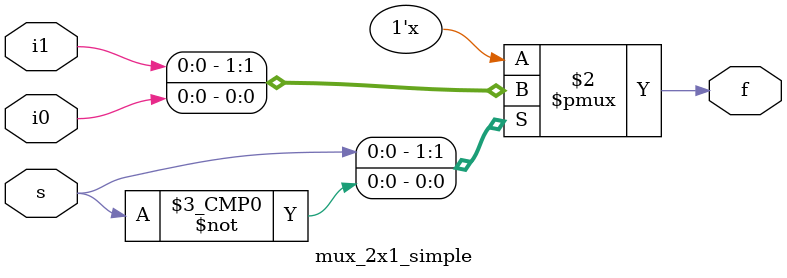
<source format=v>
`timescale 1ns / 1ps


module mux_2x1_simple(
    input i0,
    input i1,
    input s,
    output reg f
    );
    always @(i0,i1,s)
    begin
    case(s)
    1: f = i1;
    0: f = i0;
    endcase
    end
endmodule

</source>
